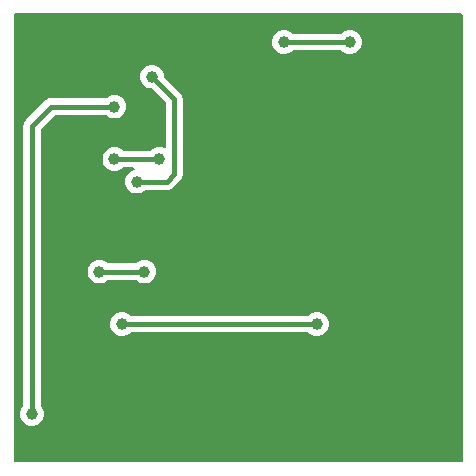
<source format=gbr>
%TF.GenerationSoftware,KiCad,Pcbnew,8.0.0*%
%TF.CreationDate,2024-12-08T17:21:19+02:00*%
%TF.ProjectId,Proiect1,50726f69-6563-4743-912e-6b696361645f,rev?*%
%TF.SameCoordinates,PX3aa6a60PY6dac2c0*%
%TF.FileFunction,Copper,L2,Bot*%
%TF.FilePolarity,Positive*%
%FSLAX46Y46*%
G04 Gerber Fmt 4.6, Leading zero omitted, Abs format (unit mm)*
G04 Created by KiCad (PCBNEW 8.0.0) date 2024-12-08 17:21:19*
%MOMM*%
%LPD*%
G01*
G04 APERTURE LIST*
%TA.AperFunction,ViaPad*%
%ADD10C,1.000000*%
%TD*%
%TA.AperFunction,Conductor*%
%ADD11C,0.406400*%
%TD*%
%TA.AperFunction,Conductor*%
%ADD12C,0.457200*%
%TD*%
G04 APERTURE END LIST*
D10*
%TO.N,Net-(Q1-B)*%
X10160000Y12700000D03*
X26670000Y12700000D03*
%TO.N,GND*%
X26035000Y17780000D03*
X29464000Y3048000D03*
X2540000Y33528000D03*
X23876000Y3048000D03*
X6985000Y6985000D03*
%TO.N,+25V*%
X9525000Y31115000D03*
X2540000Y5080000D03*
%TO.N,Net-(Q2-B)*%
X29464000Y36576000D03*
X23876000Y36576000D03*
%TO.N,Net-(Q12-C)*%
X12700000Y33655000D03*
X11430000Y24765000D03*
%TO.N,Net-(Q10-C)*%
X8255000Y17145000D03*
X12065000Y17145000D03*
%TO.N,Net-(Q12-B)*%
X9525000Y26670000D03*
X13335000Y26670000D03*
%TD*%
D11*
%TO.N,Net-(Q1-B)*%
X26670000Y12700000D02*
X10160000Y12700000D01*
D12*
%TO.N,+25V*%
X2540000Y12065000D02*
X2540000Y29464000D01*
X4064000Y30988000D02*
X4191000Y31115000D01*
X2540000Y29464000D02*
X4064000Y30988000D01*
X2540000Y12065000D02*
X2540000Y5080000D01*
X4191000Y31115000D02*
X9525000Y31115000D01*
D11*
%TO.N,Net-(Q2-B)*%
X29464000Y36576000D02*
X23876000Y36576000D01*
%TO.N,Net-(Q12-C)*%
X14605000Y31750000D02*
X12700000Y33655000D01*
X11430000Y24765000D02*
X13970000Y24765000D01*
X14605000Y25400000D02*
X14605000Y31750000D01*
X13970000Y24765000D02*
X14605000Y25400000D01*
%TO.N,Net-(Q10-C)*%
X12065000Y17145000D02*
X8255000Y17145000D01*
%TO.N,Net-(Q12-B)*%
X9525000Y26670000D02*
X13335000Y26670000D01*
%TD*%
%TA.AperFunction,Conductor*%
%TO.N,GND*%
G36*
X38942539Y38979815D02*
G01*
X38988294Y38927011D01*
X38999500Y38875500D01*
X38999500Y1124500D01*
X38979815Y1057461D01*
X38927011Y1011706D01*
X38875500Y1000500D01*
X1124500Y1000500D01*
X1057461Y1020185D01*
X1011706Y1072989D01*
X1000500Y1124500D01*
X1000500Y5080000D01*
X1534659Y5080000D01*
X1553975Y4883871D01*
X1611188Y4695267D01*
X1704086Y4521468D01*
X1704090Y4521461D01*
X1829116Y4369117D01*
X1981460Y4244091D01*
X1981467Y4244087D01*
X2155266Y4151189D01*
X2155269Y4151189D01*
X2155273Y4151186D01*
X2343868Y4093976D01*
X2540000Y4074659D01*
X2736132Y4093976D01*
X2924727Y4151186D01*
X3098538Y4244090D01*
X3250883Y4369117D01*
X3375910Y4521462D01*
X3468814Y4695273D01*
X3526024Y4883868D01*
X3545341Y5080000D01*
X3526024Y5276132D01*
X3468814Y5464727D01*
X3468811Y5464731D01*
X3468811Y5464734D01*
X3375913Y5638533D01*
X3375911Y5638535D01*
X3375910Y5638538D01*
X3353879Y5665383D01*
X3297247Y5734390D01*
X3269934Y5798700D01*
X3269100Y5813055D01*
X3269100Y12700000D01*
X9154659Y12700000D01*
X9173975Y12503871D01*
X9231188Y12315267D01*
X9324086Y12141468D01*
X9324090Y12141461D01*
X9449116Y11989117D01*
X9601460Y11864091D01*
X9601467Y11864087D01*
X9775266Y11771189D01*
X9775269Y11771189D01*
X9775273Y11771186D01*
X9963868Y11713976D01*
X10160000Y11694659D01*
X10356132Y11713976D01*
X10544727Y11771186D01*
X10718538Y11864090D01*
X10753809Y11893037D01*
X10845339Y11968153D01*
X10909649Y11995466D01*
X10924004Y11996300D01*
X25905996Y11996300D01*
X25973035Y11976615D01*
X25984661Y11968153D01*
X26111460Y11864091D01*
X26111467Y11864087D01*
X26285266Y11771189D01*
X26285269Y11771189D01*
X26285273Y11771186D01*
X26473868Y11713976D01*
X26670000Y11694659D01*
X26866132Y11713976D01*
X27054727Y11771186D01*
X27228538Y11864090D01*
X27380883Y11989117D01*
X27505910Y12141462D01*
X27598814Y12315273D01*
X27656024Y12503868D01*
X27675341Y12700000D01*
X27656024Y12896132D01*
X27598814Y13084727D01*
X27598811Y13084731D01*
X27598811Y13084734D01*
X27505913Y13258533D01*
X27505909Y13258540D01*
X27380883Y13410884D01*
X27228539Y13535910D01*
X27228532Y13535914D01*
X27054733Y13628812D01*
X27054727Y13628814D01*
X26866132Y13686024D01*
X26866129Y13686025D01*
X26670000Y13705341D01*
X26473870Y13686025D01*
X26285266Y13628812D01*
X26111467Y13535914D01*
X26111460Y13535910D01*
X25984661Y13431847D01*
X25920351Y13404534D01*
X25905996Y13403700D01*
X10924004Y13403700D01*
X10856965Y13423385D01*
X10845339Y13431847D01*
X10718539Y13535910D01*
X10718532Y13535914D01*
X10544733Y13628812D01*
X10544727Y13628814D01*
X10356132Y13686024D01*
X10356129Y13686025D01*
X10160000Y13705341D01*
X9963870Y13686025D01*
X9775266Y13628812D01*
X9601467Y13535914D01*
X9601460Y13535910D01*
X9449116Y13410884D01*
X9324090Y13258540D01*
X9324086Y13258533D01*
X9231188Y13084734D01*
X9173975Y12896130D01*
X9154659Y12700000D01*
X3269100Y12700000D01*
X3269100Y17145000D01*
X7249659Y17145000D01*
X7268975Y16948871D01*
X7326188Y16760267D01*
X7419086Y16586468D01*
X7419090Y16586461D01*
X7544116Y16434117D01*
X7696460Y16309091D01*
X7696467Y16309087D01*
X7870266Y16216189D01*
X7870269Y16216189D01*
X7870273Y16216186D01*
X8058868Y16158976D01*
X8255000Y16139659D01*
X8451132Y16158976D01*
X8639727Y16216186D01*
X8813538Y16309090D01*
X8848809Y16338037D01*
X8940339Y16413153D01*
X9004649Y16440466D01*
X9019004Y16441300D01*
X11300996Y16441300D01*
X11368035Y16421615D01*
X11379661Y16413153D01*
X11506460Y16309091D01*
X11506467Y16309087D01*
X11680266Y16216189D01*
X11680269Y16216189D01*
X11680273Y16216186D01*
X11868868Y16158976D01*
X12065000Y16139659D01*
X12261132Y16158976D01*
X12449727Y16216186D01*
X12623538Y16309090D01*
X12775883Y16434117D01*
X12900910Y16586462D01*
X12993814Y16760273D01*
X13051024Y16948868D01*
X13070341Y17145000D01*
X13051024Y17341132D01*
X12993814Y17529727D01*
X12993811Y17529731D01*
X12993811Y17529734D01*
X12900913Y17703533D01*
X12900909Y17703540D01*
X12775883Y17855884D01*
X12623539Y17980910D01*
X12623532Y17980914D01*
X12449733Y18073812D01*
X12449727Y18073814D01*
X12261132Y18131024D01*
X12261129Y18131025D01*
X12065000Y18150341D01*
X11868870Y18131025D01*
X11680266Y18073812D01*
X11506467Y17980914D01*
X11506460Y17980910D01*
X11379661Y17876847D01*
X11315351Y17849534D01*
X11300996Y17848700D01*
X9019004Y17848700D01*
X8951965Y17868385D01*
X8940339Y17876847D01*
X8813539Y17980910D01*
X8813532Y17980914D01*
X8639733Y18073812D01*
X8639727Y18073814D01*
X8451132Y18131024D01*
X8451129Y18131025D01*
X8255000Y18150341D01*
X8058870Y18131025D01*
X7870266Y18073812D01*
X7696467Y17980914D01*
X7696460Y17980910D01*
X7544116Y17855884D01*
X7419090Y17703540D01*
X7419086Y17703533D01*
X7326188Y17529734D01*
X7268975Y17341130D01*
X7249659Y17145000D01*
X3269100Y17145000D01*
X3269100Y26670000D01*
X8519659Y26670000D01*
X8538975Y26473871D01*
X8596188Y26285267D01*
X8689086Y26111468D01*
X8689090Y26111461D01*
X8814116Y25959117D01*
X8966460Y25834091D01*
X8966467Y25834087D01*
X9140266Y25741189D01*
X9140269Y25741189D01*
X9140273Y25741186D01*
X9328868Y25683976D01*
X9525000Y25664659D01*
X9721132Y25683976D01*
X9909727Y25741186D01*
X9948550Y25761937D01*
X9996632Y25787638D01*
X10083538Y25834090D01*
X10157534Y25894817D01*
X10210339Y25938153D01*
X10274649Y25965466D01*
X10289004Y25966300D01*
X11107598Y25966300D01*
X11174637Y25946615D01*
X11220392Y25893811D01*
X11230336Y25824653D01*
X11201311Y25761097D01*
X11143594Y25723640D01*
X11045271Y25693814D01*
X10871467Y25600914D01*
X10871460Y25600910D01*
X10719116Y25475884D01*
X10594090Y25323540D01*
X10594086Y25323533D01*
X10501188Y25149734D01*
X10443975Y24961130D01*
X10424659Y24765000D01*
X10443975Y24568871D01*
X10501188Y24380267D01*
X10594086Y24206468D01*
X10594090Y24206461D01*
X10719116Y24054117D01*
X10871460Y23929091D01*
X10871467Y23929087D01*
X11045266Y23836189D01*
X11045269Y23836189D01*
X11045273Y23836186D01*
X11233868Y23778976D01*
X11430000Y23759659D01*
X11626132Y23778976D01*
X11814727Y23836186D01*
X11988538Y23929090D01*
X12023809Y23958037D01*
X12115339Y24033153D01*
X12179649Y24060466D01*
X12194004Y24061300D01*
X13894558Y24061300D01*
X13894578Y24061299D01*
X13900692Y24061299D01*
X14039310Y24061299D01*
X14130768Y24079493D01*
X14175262Y24088343D01*
X14303327Y24141389D01*
X14367497Y24184266D01*
X14418583Y24218400D01*
X14516600Y24316417D01*
X14516601Y24316419D01*
X14523667Y24323485D01*
X14523670Y24323489D01*
X15053579Y24853398D01*
X15053583Y24853400D01*
X15151600Y24951417D01*
X15228611Y25066673D01*
X15263013Y25149727D01*
X15281658Y25194738D01*
X15308701Y25330692D01*
X15308701Y25469309D01*
X15308701Y25474419D01*
X15308700Y25474445D01*
X15308700Y31674557D01*
X15308701Y31674578D01*
X15308701Y31819311D01*
X15281658Y31955257D01*
X15281656Y31955265D01*
X15228613Y32083324D01*
X15151598Y32198586D01*
X15050487Y32299697D01*
X15050456Y32299726D01*
X13737824Y33612358D01*
X13704339Y33673681D01*
X13702102Y33687885D01*
X13686024Y33851130D01*
X13686024Y33851132D01*
X13628814Y34039727D01*
X13628811Y34039731D01*
X13628811Y34039734D01*
X13535913Y34213533D01*
X13535909Y34213540D01*
X13410883Y34365884D01*
X13258539Y34490910D01*
X13258532Y34490914D01*
X13084733Y34583812D01*
X13084727Y34583814D01*
X12896132Y34641024D01*
X12896129Y34641025D01*
X12700000Y34660341D01*
X12503870Y34641025D01*
X12315266Y34583812D01*
X12141467Y34490914D01*
X12141460Y34490910D01*
X11989116Y34365884D01*
X11864090Y34213540D01*
X11864086Y34213533D01*
X11771188Y34039734D01*
X11713975Y33851130D01*
X11694659Y33655000D01*
X11713975Y33458871D01*
X11771188Y33270267D01*
X11864086Y33096468D01*
X11864090Y33096461D01*
X11989116Y32944117D01*
X12141460Y32819091D01*
X12141467Y32819087D01*
X12315266Y32726189D01*
X12315269Y32726189D01*
X12315273Y32726186D01*
X12503868Y32668976D01*
X12667115Y32652898D01*
X12731902Y32626737D01*
X12742642Y32617176D01*
X13864981Y31494837D01*
X13898466Y31433514D01*
X13901300Y31407156D01*
X13901300Y27708643D01*
X13881615Y27641604D01*
X13828811Y27595849D01*
X13759653Y27585905D01*
X13725602Y27597070D01*
X13725359Y27596482D01*
X13719739Y27598810D01*
X13719728Y27598814D01*
X13719727Y27598814D01*
X13531132Y27656024D01*
X13531129Y27656025D01*
X13335000Y27675341D01*
X13138870Y27656025D01*
X12950266Y27598812D01*
X12776467Y27505914D01*
X12776460Y27505910D01*
X12649661Y27401847D01*
X12585351Y27374534D01*
X12570996Y27373700D01*
X10289004Y27373700D01*
X10221965Y27393385D01*
X10210339Y27401847D01*
X10083539Y27505910D01*
X10083532Y27505914D01*
X9909733Y27598812D01*
X9909727Y27598814D01*
X9721132Y27656024D01*
X9721129Y27656025D01*
X9525000Y27675341D01*
X9328870Y27656025D01*
X9140266Y27598812D01*
X8966467Y27505914D01*
X8966460Y27505910D01*
X8814116Y27380884D01*
X8689090Y27228540D01*
X8689086Y27228533D01*
X8596188Y27054734D01*
X8538975Y26866130D01*
X8519659Y26670000D01*
X3269100Y26670000D01*
X3269100Y29110635D01*
X3288785Y29177674D01*
X3305419Y29198316D01*
X4456685Y30349581D01*
X4518008Y30383066D01*
X4544366Y30385900D01*
X8791946Y30385900D01*
X8858985Y30366215D01*
X8870611Y30357753D01*
X8966460Y30279091D01*
X8966467Y30279087D01*
X9140266Y30186189D01*
X9140269Y30186189D01*
X9140273Y30186186D01*
X9328868Y30128976D01*
X9525000Y30109659D01*
X9721132Y30128976D01*
X9909727Y30186186D01*
X10083538Y30279090D01*
X10235883Y30404117D01*
X10360910Y30556462D01*
X10453814Y30730273D01*
X10511024Y30918868D01*
X10530341Y31115000D01*
X10511024Y31311132D01*
X10453814Y31499727D01*
X10453811Y31499731D01*
X10453811Y31499734D01*
X10360913Y31673533D01*
X10360909Y31673540D01*
X10235883Y31825884D01*
X10083539Y31950910D01*
X10083532Y31950914D01*
X9909733Y32043812D01*
X9909727Y32043814D01*
X9721132Y32101024D01*
X9721129Y32101025D01*
X9525000Y32120341D01*
X9328870Y32101025D01*
X9140266Y32043812D01*
X8966467Y31950914D01*
X8966460Y31950910D01*
X8870611Y31872247D01*
X8806301Y31844934D01*
X8791946Y31844100D01*
X4119187Y31844100D01*
X3978336Y31816083D01*
X3978328Y31816081D01*
X3845644Y31761122D01*
X3845635Y31761117D01*
X3726229Y31681332D01*
X3726226Y31681329D01*
X3599228Y31554332D01*
X3599227Y31554332D01*
X3599225Y31554329D01*
X2075226Y30030329D01*
X2024447Y29979551D01*
X1973669Y29928773D01*
X1893883Y29809365D01*
X1893878Y29809356D01*
X1838919Y29676672D01*
X1838917Y29676664D01*
X1810900Y29535815D01*
X1810900Y5813055D01*
X1791215Y5746016D01*
X1782753Y5734390D01*
X1704091Y5638540D01*
X1704086Y5638533D01*
X1611188Y5464734D01*
X1553975Y5276130D01*
X1534659Y5080000D01*
X1000500Y5080000D01*
X1000500Y36576000D01*
X22870659Y36576000D01*
X22889975Y36379871D01*
X22947188Y36191267D01*
X23040086Y36017468D01*
X23040090Y36017461D01*
X23165116Y35865117D01*
X23317460Y35740091D01*
X23317467Y35740087D01*
X23491266Y35647189D01*
X23491269Y35647189D01*
X23491273Y35647186D01*
X23679868Y35589976D01*
X23876000Y35570659D01*
X24072132Y35589976D01*
X24260727Y35647186D01*
X24434538Y35740090D01*
X24469809Y35769037D01*
X24561339Y35844153D01*
X24625649Y35871466D01*
X24640004Y35872300D01*
X28699996Y35872300D01*
X28767035Y35852615D01*
X28778661Y35844153D01*
X28905460Y35740091D01*
X28905467Y35740087D01*
X29079266Y35647189D01*
X29079269Y35647189D01*
X29079273Y35647186D01*
X29267868Y35589976D01*
X29464000Y35570659D01*
X29660132Y35589976D01*
X29848727Y35647186D01*
X30022538Y35740090D01*
X30174883Y35865117D01*
X30299910Y36017462D01*
X30392814Y36191273D01*
X30450024Y36379868D01*
X30469341Y36576000D01*
X30450024Y36772132D01*
X30392814Y36960727D01*
X30392811Y36960731D01*
X30392811Y36960734D01*
X30299913Y37134533D01*
X30299909Y37134540D01*
X30174883Y37286884D01*
X30022539Y37411910D01*
X30022532Y37411914D01*
X29848733Y37504812D01*
X29848727Y37504814D01*
X29660132Y37562024D01*
X29660129Y37562025D01*
X29464000Y37581341D01*
X29267870Y37562025D01*
X29079266Y37504812D01*
X28905467Y37411914D01*
X28905460Y37411910D01*
X28778661Y37307847D01*
X28714351Y37280534D01*
X28699996Y37279700D01*
X24640004Y37279700D01*
X24572965Y37299385D01*
X24561339Y37307847D01*
X24434539Y37411910D01*
X24434532Y37411914D01*
X24260733Y37504812D01*
X24260727Y37504814D01*
X24072132Y37562024D01*
X24072129Y37562025D01*
X23876000Y37581341D01*
X23679870Y37562025D01*
X23491266Y37504812D01*
X23317467Y37411914D01*
X23317460Y37411910D01*
X23165116Y37286884D01*
X23040090Y37134540D01*
X23040086Y37134533D01*
X22947188Y36960734D01*
X22889975Y36772130D01*
X22870659Y36576000D01*
X1000500Y36576000D01*
X1000500Y38875500D01*
X1020185Y38942539D01*
X1072989Y38988294D01*
X1124500Y38999500D01*
X38875500Y38999500D01*
X38942539Y38979815D01*
G37*
%TD.AperFunction*%
%TD*%
M02*

</source>
